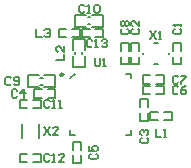
<source format=gto>
G04 Layer_Color=65535*
%FSLAX24Y24*%
%MOIN*%
G70*
G01*
G75*
%ADD23C,0.0060*%
%ADD27C,0.0098*%
%ADD28C,0.0079*%
%ADD29C,0.0059*%
D23*
X-696Y2242D02*
Y2518D01*
X-1404Y2242D02*
Y2518D01*
X-1148D01*
X-952D02*
X-696D01*
X-1404Y2242D02*
X-1148D01*
X-952D02*
X-696D01*
X-843Y2977D02*
X-478D01*
X-282D02*
X83D01*
X-843Y2583D02*
X-478D01*
X-282D02*
X83D01*
Y2977D01*
X-843Y2583D02*
Y2977D01*
X-172Y2242D02*
X84D01*
X-624D02*
X-368D01*
X-172Y2518D02*
X84D01*
X-624D02*
X-368D01*
X-624Y2242D02*
Y2518D01*
X84Y2242D02*
Y2518D01*
X2275Y1656D02*
Y1704D01*
X1787Y1334D02*
X1913D01*
X1425Y1656D02*
Y1704D01*
X1787Y2026D02*
X1913D01*
X-927Y1247D02*
Y1612D01*
Y1808D02*
Y2173D01*
X-533Y1247D02*
Y1612D01*
Y1808D02*
Y2173D01*
X-927Y1247D02*
X-533D01*
X-927Y2173D02*
X-533D01*
X2367Y-535D02*
Y-259D01*
X1659Y-535D02*
Y-259D01*
X1915D01*
X2112D02*
X2367D01*
X1659Y-535D02*
X1915D01*
X2112D02*
X2367D01*
X-2704Y-1652D02*
X-2448D01*
X-2252D02*
X-1996D01*
X-2704Y-1928D02*
X-2448D01*
X-2252D02*
X-1996D01*
Y-1652D01*
X-2704Y-1928D02*
Y-1652D01*
Y148D02*
X-2448D01*
X-2252D02*
X-1996D01*
X-2704Y-128D02*
X-2448D01*
X-2252D02*
X-1996D01*
Y148D01*
X-2704Y-128D02*
Y148D01*
X-2433Y967D02*
X-2068D01*
X-1872D02*
X-1507D01*
X-2433Y573D02*
X-2068D01*
X-1872D02*
X-1507D01*
Y967D01*
X-2433Y573D02*
Y967D01*
X938Y1778D02*
Y2034D01*
Y1326D02*
Y1582D01*
X662Y1778D02*
Y2034D01*
Y1326D02*
Y1582D01*
Y1326D02*
X938D01*
X662Y2034D02*
X938D01*
X1848Y682D02*
X2104D01*
X1396D02*
X1652D01*
X1848Y958D02*
X2104D01*
X1396D02*
X1652D01*
X1396Y682D02*
Y958D01*
X2104Y682D02*
Y958D01*
X1396Y618D02*
X1652D01*
X1848D02*
X2104D01*
X1396Y342D02*
X1652D01*
X1848D02*
X2104D01*
Y618D01*
X1396Y342D02*
Y618D01*
X-938Y-1964D02*
Y-1708D01*
Y-1512D02*
Y-1256D01*
X-662Y-1964D02*
Y-1708D01*
Y-1512D02*
Y-1256D01*
X-938D02*
X-662D01*
X-938Y-1964D02*
X-662D01*
X-2214Y498D02*
X-1958D01*
X-1762D02*
X-1506D01*
X-2214Y222D02*
X-1958D01*
X-1762D02*
X-1506D01*
Y498D01*
X-2214Y222D02*
Y498D01*
X1315Y-551D02*
Y-295D01*
Y-98D02*
Y158D01*
X1591Y-551D02*
Y-295D01*
Y-98D02*
Y158D01*
X1315D02*
X1591D01*
X1315Y-551D02*
X1591D01*
X1288Y1778D02*
Y2034D01*
Y1326D02*
Y1582D01*
X1012Y1778D02*
Y2034D01*
Y1326D02*
Y1582D01*
Y1326D02*
X1288D01*
X1012Y2034D02*
X1288D01*
X2412Y1326D02*
Y1582D01*
Y1778D02*
Y2034D01*
X2688Y1326D02*
Y1582D01*
Y1778D02*
Y2034D01*
X2412D02*
X2688D01*
X2412Y1326D02*
X2688D01*
X-2143Y2512D02*
Y2242D01*
X-1963D01*
X-1873Y2467D02*
X-1828Y2512D01*
X-1738D01*
X-1693Y2467D01*
Y2422D01*
X-1738Y2377D01*
X-1783D01*
X-1738D01*
X-1693Y2332D01*
Y2287D01*
X-1738Y2242D01*
X-1828D01*
X-1873Y2287D01*
X-280Y2115D02*
X-325Y2160D01*
X-415D01*
X-460Y2115D01*
Y1935D01*
X-415Y1890D01*
X-325D01*
X-280Y1935D01*
X-190Y1890D02*
X-100D01*
X-145D01*
Y2160D01*
X-190Y2115D01*
X35D02*
X80Y2160D01*
X170D01*
X215Y2115D01*
Y2070D01*
X170Y2025D01*
X125D01*
X170D01*
X215Y1980D01*
Y1935D01*
X170Y1890D01*
X80D01*
X35Y1935D01*
X1831Y-825D02*
Y-1095D01*
X2011D01*
X2100D02*
X2190D01*
X2145D01*
Y-825D01*
X2100Y-870D01*
X1366Y-1115D02*
X1321Y-1160D01*
Y-1250D01*
X1366Y-1295D01*
X1546D01*
X1591Y-1250D01*
Y-1160D01*
X1546Y-1115D01*
X1366Y-1025D02*
X1321Y-980D01*
Y-890D01*
X1366Y-845D01*
X1411D01*
X1456Y-890D01*
Y-935D01*
Y-890D01*
X1501Y-845D01*
X1546D01*
X1591Y-890D01*
Y-980D01*
X1546Y-1025D01*
X-1703Y107D02*
X-1748Y152D01*
X-1838D01*
X-1883Y107D01*
Y-73D01*
X-1838Y-118D01*
X-1748D01*
X-1703Y-73D01*
X-1613Y-118D02*
X-1523D01*
X-1568D01*
Y152D01*
X-1613Y107D01*
X-1388Y-118D02*
X-1298D01*
X-1343D01*
Y152D01*
X-1388Y107D01*
X-1703Y-1693D02*
X-1748Y-1648D01*
X-1838D01*
X-1883Y-1693D01*
Y-1873D01*
X-1838Y-1918D01*
X-1748D01*
X-1703Y-1873D01*
X-1613Y-1918D02*
X-1523D01*
X-1568D01*
Y-1648D01*
X-1613Y-1693D01*
X-1208Y-1918D02*
X-1388D01*
X-1208Y-1738D01*
Y-1693D01*
X-1253Y-1648D01*
X-1343D01*
X-1388Y-1693D01*
X-1873Y-748D02*
X-1693Y-1018D01*
Y-748D02*
X-1873Y-1018D01*
X-1423D02*
X-1603D01*
X-1423Y-838D01*
Y-793D01*
X-1468Y-748D01*
X-1558D01*
X-1603Y-793D01*
X-190Y1530D02*
Y1305D01*
X-145Y1260D01*
X-55D01*
X-10Y1305D01*
Y1530D01*
X80Y1260D02*
X170D01*
X125D01*
Y1530D01*
X80Y1485D01*
X1063Y2505D02*
X1018Y2460D01*
Y2370D01*
X1063Y2325D01*
X1243D01*
X1288Y2370D01*
Y2460D01*
X1243Y2505D01*
X1288Y2775D02*
Y2595D01*
X1108Y2775D01*
X1063D01*
X1018Y2730D01*
Y2640D01*
X1063Y2595D01*
X2577Y567D02*
X2532Y612D01*
X2442D01*
X2397Y567D01*
Y387D01*
X2442Y342D01*
X2532D01*
X2577Y387D01*
X2847Y612D02*
X2757Y567D01*
X2667Y477D01*
Y387D01*
X2712Y342D01*
X2802D01*
X2847Y387D01*
Y432D01*
X2802Y477D01*
X2667D01*
X-2993Y857D02*
X-3038Y902D01*
X-3128D01*
X-3173Y857D01*
Y677D01*
X-3128Y632D01*
X-3038D01*
X-2993Y677D01*
X-2903D02*
X-2858Y632D01*
X-2768D01*
X-2723Y677D01*
Y857D01*
X-2768Y902D01*
X-2858D01*
X-2903Y857D01*
Y812D01*
X-2858Y767D01*
X-2723D01*
X713Y2505D02*
X668Y2460D01*
Y2370D01*
X713Y2325D01*
X893D01*
X938Y2370D01*
Y2460D01*
X893Y2505D01*
X713Y2595D02*
X668Y2640D01*
Y2730D01*
X713Y2775D01*
X758D01*
X803Y2730D01*
X848Y2775D01*
X893D01*
X938Y2730D01*
Y2640D01*
X893Y2595D01*
X848D01*
X803Y2640D01*
X758Y2595D01*
X713D01*
X803Y2640D02*
Y2730D01*
X1660Y2430D02*
X1840Y2160D01*
Y2430D02*
X1660Y2160D01*
X1930D02*
X2020D01*
X1975D01*
Y2430D01*
X1930Y2385D01*
X2463Y2505D02*
X2418Y2460D01*
Y2370D01*
X2463Y2325D01*
X2643D01*
X2688Y2370D01*
Y2460D01*
X2643Y2505D01*
X2688Y2595D02*
Y2685D01*
Y2640D01*
X2418D01*
X2463Y2595D01*
X2577Y907D02*
X2532Y952D01*
X2442D01*
X2397Y907D01*
Y727D01*
X2442Y682D01*
X2532D01*
X2577Y727D01*
X2667Y952D02*
X2847D01*
Y907D01*
X2667Y727D01*
Y682D01*
X-327Y-1658D02*
X-372Y-1703D01*
Y-1793D01*
X-327Y-1838D01*
X-148D01*
X-103Y-1793D01*
Y-1703D01*
X-148Y-1658D01*
X-372Y-1388D02*
Y-1568D01*
X-238D01*
X-283Y-1478D01*
Y-1433D01*
X-238Y-1388D01*
X-148D01*
X-103Y-1433D01*
Y-1523D01*
X-148Y-1568D01*
X-2773Y447D02*
X-2818Y492D01*
X-2908D01*
X-2953Y447D01*
Y267D01*
X-2908Y222D01*
X-2818D01*
X-2773Y267D01*
X-2548Y222D02*
Y492D01*
X-2683Y357D01*
X-2503D01*
X-1482Y1482D02*
X-1213D01*
Y1662D01*
Y1932D02*
Y1752D01*
X-1393Y1932D01*
X-1437D01*
X-1482Y1887D01*
Y1797D01*
X-1437Y1752D01*
X-530Y3275D02*
X-575Y3320D01*
X-665D01*
X-710Y3275D01*
Y3095D01*
X-665Y3050D01*
X-575D01*
X-530Y3095D01*
X-440Y3050D02*
X-350D01*
X-395D01*
Y3320D01*
X-440Y3275D01*
X-215D02*
X-170Y3320D01*
X-80D01*
X-35Y3275D01*
Y3095D01*
X-80Y3050D01*
X-170D01*
X-215Y3095D01*
Y3275D01*
D27*
X-1250Y984D02*
G03*
X-1250Y984I-49J0D01*
G01*
D28*
X-419Y2898D02*
X-341D01*
X-419Y2662D02*
X-341D01*
X-2045Y-1126D02*
Y-654D01*
X-2635Y-1126D02*
Y-654D01*
X-848Y1671D02*
Y1749D01*
X-612Y1671D02*
Y1749D01*
X-2009Y888D02*
X-1931D01*
X-2009Y652D02*
X-1931D01*
D29*
X-1014Y856D02*
X-856Y1014D01*
X856D02*
X1014D01*
Y856D02*
Y1014D01*
Y-1014D02*
Y-856D01*
X856Y-1014D02*
X1014D01*
X-1014D02*
Y-856D01*
Y-1014D02*
X-856D01*
M02*

</source>
